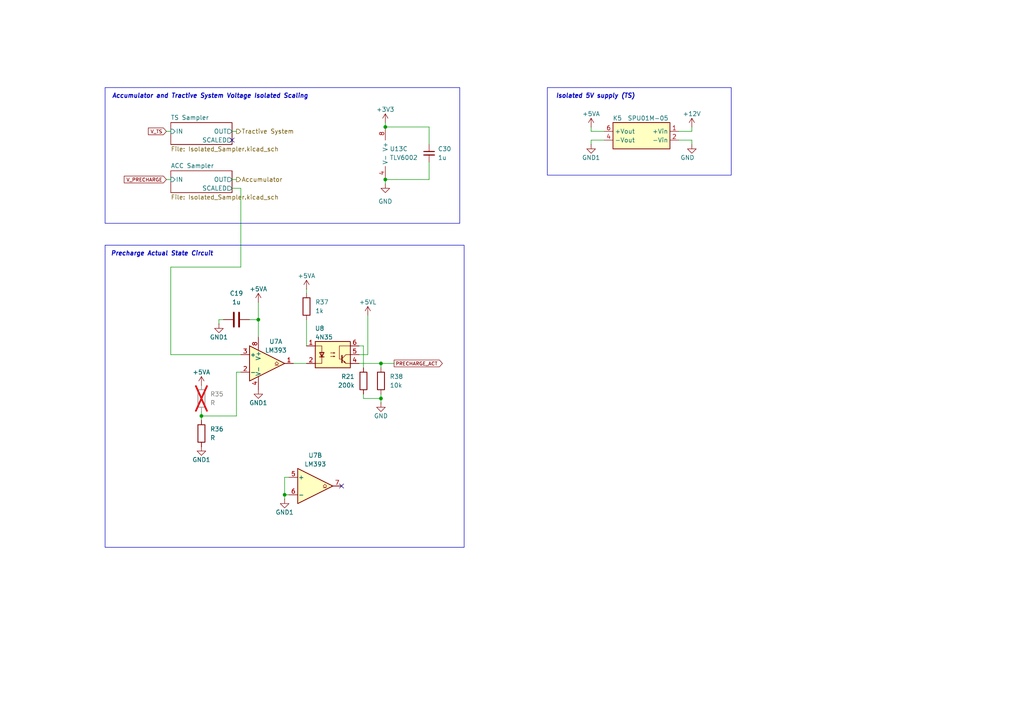
<source format=kicad_sch>
(kicad_sch (version 20250114) (generator "eeschema") (generator_version "9.0")
  (paper "A4")
  (title_block (title "Precharge") (date "2025-10-06") (rev "${REVISION}") (company "York Formula Student") (comment 1 "Designed by Josh B, Logan C, and Owen S"))
  (lib_symbols
    (symbol "Comparator:LM393" (pin_names (offset 0.127))
      (property "Reference" "U" (at 3.81 3.81 0))
      (property "Value" "LM393" (at 6.35 -3.81 0))
      (symbol "LM393_1_1"
        (polyline (pts (xy -5.08 5.08) (xy 5.08 0) (xy -5.08 -5.08) (xy -5.08 5.08)) (stroke (width 0.254)) (fill (type background)))
        (polyline (pts (xy 3.302 -0.508) (xy 2.794 -0.508) (xy 3.302 0) (xy 2.794 0.508) (xy 2.286 0) (xy 2.794 -0.508) (xy 2.286 -0.508)) (stroke (width 0.127)))
        (pin input line (at -7.62 2.54 0) (length 2.54) (name "+") (number "3"))
        (pin input line (at -7.62 -2.54 0) (length 2.54) (name "-") (number "2"))
        (pin open_collector line (at 7.62 0 180) (length 2.54) (name "~") (number "1"))
      )
      (symbol "LM393_2_1"
        (polyline (pts (xy -5.08 5.08) (xy 5.08 0) (xy -5.08 -5.08) (xy -5.08 5.08)) (stroke (width 0.254)) (fill (type background)))
        (polyline (pts (xy 3.302 -0.508) (xy 2.794 -0.508) (xy 3.302 0) (xy 2.794 0.508) (xy 2.286 0) (xy 2.794 -0.508) (xy 2.286 -0.508)) (stroke (width 0.127)))
        (pin input line (at -7.62 2.54 0) (length 2.54) (name "+") (number "5"))
        (pin input line (at -7.62 -2.54 0) (length 2.54) (name "-") (number "6"))
        (pin open_collector line (at 7.62 0 180) (length 2.54) (name "~") (number "7"))
      )
      (symbol "LM393_3_1"
        (pin power_in line (at -2.54 7.62 270) (length 3.81) (name "V+") (number "8"))
        (pin power_in line (at -2.54 -7.62 90) (length 3.81) (name "V-") (number "4"))
      )
    )
    (symbol "Device:C" (pin_numbers (hide yes)) (pin_names (offset 0.254))
      (property "Reference" "C" (at 0.635 2.54 0))
      (property "Value" "C" (at 0.635 -2.54 0))
      (symbol "C_0_1"
        (polyline (pts (xy -2.032 0.762) (xy 2.032 0.762)) (stroke (width 0.508)))
        (polyline (pts (xy -2.032 -0.762) (xy 2.032 -0.762)) (stroke (width 0.508)))
      )
      (symbol "C_1_1"
        (pin passive line (at 0 3.81 270) (length 2.794) (name "~") (number "1"))
        (pin passive line (at 0 -3.81 90) (length 2.794) (name "~") (number "2"))
      )
    )
    (symbol "Device:C_Small" (pin_numbers (hide yes)) (pin_names (offset 0.254) (hide yes))
      (property "Reference" "C" (at 0.254 1.778 0))
      (property "Value" "C_Small" (at 0.254 -2.032 0))
      (symbol "C_Small_0_1"
        (polyline (pts (xy -1.524 0.508) (xy 1.524 0.508)) (stroke (width 0.3048)))
        (polyline (pts (xy -1.524 -0.508) (xy 1.524 -0.508)) (stroke (width 0.3302)))
      )
      (symbol "C_Small_1_1"
        (pin passive line (at 0 2.54 270) (length 2.032) (name "~") (number "1"))
        (pin passive line (at 0 -2.54 90) (length 2.032) (name "~") (number "2"))
      )
    )
    (symbol "Device:R" (pin_numbers (hide yes)) (pin_names (offset 0))
      (property "Reference" "R" (at 2.032 0 90))
      (property "Value" "R" (at 0 0 90))
      (symbol "R_0_1"
        (rectangle (start -1.016 -2.54) (end 1.016 2.54) (stroke (width 0.254)))
      )
      (symbol "R_1_1"
        (pin passive line (at 0 3.81 270) (length 1.27) (name "~") (number "1"))
        (pin passive line (at 0 -3.81 90) (length 1.27) (name "~") (number "2"))
      )
    )
    (symbol "Isolator:4N35" (pin_names (offset 1.016))
      (property "Reference" "U" (at -5.08 5.08 0))
      (property "Value" "4N35" (at 0 5.08 0))
      (symbol "4N35_0_1"
        (rectangle (start -5.08 3.81) (end 5.08 -3.81) (stroke (width 0.254)) (fill (type background)))
        (polyline (pts (xy -5.08 -2.54) (xy -3.175 -2.54) (xy -3.175 2.54) (xy -5.08 2.54)))
        (polyline (pts (xy -3.81 -0.635) (xy -2.54 -0.635)) (stroke (width 0.254)))
        (polyline (pts (xy -3.175 -0.635) (xy -3.81 0.635) (xy -2.54 0.635) (xy -3.175 -0.635)) (stroke (width 0.254)))
        (polyline (pts (xy -0.635 0.508) (xy 0.635 0.508) (xy 0.254 0.381) (xy 0.254 0.635) (xy 0.635 0.508)))
        (polyline (pts (xy -0.635 -0.508) (xy 0.635 -0.508) (xy 0.254 -0.635) (xy 0.254 -0.381) (xy 0.635 -0.508)))
        (polyline (pts (xy 2.667 -0.254) (xy 2.667 -2.286)) (stroke (width 0.3556)))
        (polyline (pts (xy 2.667 -1.143) (xy 3.81 0)))
        (polyline (pts (xy 2.667 -1.397) (xy 3.81 -2.54)))
        (polyline (pts (xy 3.683 -2.413) (xy 3.429 -1.905) (xy 3.175 -2.159) (xy 3.683 -2.413)))
        (polyline (pts (xy 3.81 0) (xy 5.08 0)))
        (polyline (pts (xy 3.81 -2.54) (xy 5.08 -2.54)))
        (polyline (pts (xy 5.08 2.54) (xy 1.905 2.54) (xy 1.905 -1.27) (xy 2.54 -1.27)))
      )
      (symbol "4N35_1_1"
        (pin passive line (at -7.62 2.54 0) (length 2.54) (name "~") (number "1"))
        (pin passive line (at -7.62 -2.54 0) (length 2.54) (name "~") (number "2"))
        (pin no_connect line (at -5.08 0 0) (length 2.54) (hide yes) (name "NC") (number "3"))
        (pin passive line (at 7.62 2.54 180) (length 2.54) (name "~") (number "6"))
        (pin passive line (at 7.62 0 180) (length 2.54) (name "~") (number "5"))
        (pin passive line (at 7.62 -2.54 180) (length 2.54) (name "~") (number "4"))
      )
    )
    (symbol "LM393_1" (pin_names (offset 0.127))
      (property "Reference" "U" (at 3.81 3.81 0))
      (property "Value" "LM393" (at 6.35 -3.81 0))
      (symbol "LM393_1_1_1"
        (polyline (pts (xy -5.08 5.08) (xy 5.08 0) (xy -5.08 -5.08) (xy -5.08 5.08)) (stroke (width 0.254)) (fill (type background)))
        (polyline (pts (xy 3.302 -0.508) (xy 2.794 -0.508) (xy 3.302 0) (xy 2.794 0.508) (xy 2.286 0) (xy 2.794 -0.508) (xy 2.286 -0.508)) (stroke (width 0.127)))
        (pin input line (at -7.62 2.54 0) (length 2.54) (name "+") (number "3"))
        (pin input line (at -7.62 -2.54 0) (length 2.54) (name "-") (number "2"))
        (pin open_collector line (at 7.62 0 180) (length 2.54) (name "~") (number "1"))
      )
      (symbol "LM393_1_2_1"
        (polyline (pts (xy -5.08 5.08) (xy 5.08 0) (xy -5.08 -5.08) (xy -5.08 5.08)) (stroke (width 0.254)) (fill (type background)))
        (polyline (pts (xy 3.302 -0.508) (xy 2.794 -0.508) (xy 3.302 0) (xy 2.794 0.508) (xy 2.286 0) (xy 2.794 -0.508) (xy 2.286 -0.508)) (stroke (width 0.127)))
        (pin input line (at -7.62 2.54 0) (length 2.54) (name "+") (number "5"))
        (pin input line (at -7.62 -2.54 0) (length 2.54) (name "-") (number "6"))
        (pin open_collector line (at 7.62 0 180) (length 2.54) (name "~") (number "7"))
      )
      (symbol "LM393_1_3_1"
        (pin power_in line (at -2.54 7.62 270) (length 3.81) (name "V+") (number "8"))
        (pin power_in line (at -2.54 -7.62 90) (length 3.81) (name "V-") (number "4"))
      )
    )
    (symbol "LM393_2" (pin_names (offset 0.127))
      (property "Reference" "U" (at 3.81 3.81 0))
      (property "Value" "LM393" (at 6.35 -3.81 0))
      (symbol "LM393_2_1_1"
        (polyline (pts (xy -5.08 5.08) (xy 5.08 0) (xy -5.08 -5.08) (xy -5.08 5.08)) (stroke (width 0.254)) (fill (type background)))
        (polyline (pts (xy 3.302 -0.508) (xy 2.794 -0.508) (xy 3.302 0) (xy 2.794 0.508) (xy 2.286 0) (xy 2.794 -0.508) (xy 2.286 -0.508)) (stroke (width 0.127)))
        (pin input line (at -7.62 2.54 0) (length 2.54) (name "+") (number "3"))
        (pin input line (at -7.62 -2.54 0) (length 2.54) (name "-") (number "2"))
        (pin open_collector line (at 7.62 0 180) (length 2.54) (name "~") (number "1"))
      )
      (symbol "LM393_2_2_1"
        (polyline (pts (xy -5.08 5.08) (xy 5.08 0) (xy -5.08 -5.08) (xy -5.08 5.08)) (stroke (width 0.254)) (fill (type background)))
        (polyline (pts (xy 3.302 -0.508) (xy 2.794 -0.508) (xy 3.302 0) (xy 2.794 0.508) (xy 2.286 0) (xy 2.794 -0.508) (xy 2.286 -0.508)) (stroke (width 0.127)))
        (pin input line (at -7.62 2.54 0) (length 2.54) (name "+") (number "5"))
        (pin input line (at -7.62 -2.54 0) (length 2.54) (name "-") (number "6"))
        (pin open_collector line (at 7.62 0 180) (length 2.54) (name "~") (number "7"))
      )
      (symbol "LM393_2_3_1"
        (pin power_in line (at -2.54 7.62 270) (length 3.81) (name "V+") (number "8"))
        (pin power_in line (at -2.54 -7.62 90) (length 3.81) (name "V-") (number "4"))
      )
    )
    (symbol "power:+12V" (power) (pin_numbers (hide yes)) (pin_names (offset 0) (hide yes))
      (property "Value" "+12V" (at 0 3.556 0))
      (symbol "+12V_0_1"
        (polyline (pts (xy -0.762 1.27) (xy 0 2.54)))
        (polyline (pts (xy 0 2.54) (xy 0.762 1.27)))
        (polyline (pts (xy 0 0) (xy 0 2.54)))
      )
      (symbol "+12V_1_1"
        (pin power_in line (at 0 0 90) (length 0) (name "~") (number "1"))
      )
    )
    (symbol "power:+3V3" (power) (pin_numbers (hide yes)) (pin_names (offset 0) (hide yes))
      (property "Value" "+3V3" (at 0 3.556 0))
      (symbol "+3V3_0_1"
        (polyline (pts (xy -0.762 1.27) (xy 0 2.54)))
        (polyline (pts (xy 0 2.54) (xy 0.762 1.27)))
        (polyline (pts (xy 0 0) (xy 0 2.54)))
      )
      (symbol "+3V3_1_1"
        (pin power_in line (at 0 0 90) (length 0) (name "~") (number "1"))
      )
    )
    (symbol "power:+5VA" (power) (pin_numbers (hide yes)) (pin_names (offset 0) (hide yes))
      (property "Value" "+5VA" (at 0 3.556 0))
      (symbol "+5VA_0_1"
        (polyline (pts (xy -0.762 1.27) (xy 0 2.54)))
        (polyline (pts (xy 0 2.54) (xy 0.762 1.27)))
        (polyline (pts (xy 0 0) (xy 0 2.54)))
      )
      (symbol "+5VA_1_1"
        (pin power_in line (at 0 0 90) (length 0) (name "~") (number "1"))
      )
    )
    (symbol "power:+5VL" (power) (pin_numbers (hide yes)) (pin_names (offset 0) (hide yes))
      (property "Value" "+5VL" (at 0 3.556 0))
      (symbol "+5VL_0_1"
        (polyline (pts (xy -0.762 1.27) (xy 0 2.54)))
        (polyline (pts (xy 0 2.54) (xy 0.762 1.27)))
        (polyline (pts (xy 0 0) (xy 0 2.54)))
      )
      (symbol "+5VL_1_1"
        (pin power_in line (at 0 0 90) (length 0) (name "~") (number "1"))
      )
    )
    (symbol "power:GND" (power) (pin_numbers (hide yes)) (pin_names (offset 0) (hide yes))
      (property "Value" "GND" (at 0 -3.81 0))
      (symbol "GND_0_1"
        (polyline (pts (xy 0 0) (xy 0 -1.27) (xy 1.27 -1.27) (xy 0 -2.54) (xy -1.27 -1.27) (xy 0 -1.27)))
      )
      (symbol "GND_1_1"
        (pin power_in line (at 0 0 270) (length 0) (name "~") (number "1"))
      )
    )
    (symbol "power:GND1" (power) (pin_numbers (hide yes)) (pin_names (offset 0) (hide yes))
      (property "Value" "GND1" (at 0 -3.81 0))
      (symbol "GND1_0_1"
        (polyline (pts (xy 0 0) (xy 0 -1.27) (xy 1.27 -1.27) (xy 0 -2.54) (xy -1.27 -1.27) (xy 0 -1.27)))
      )
      (symbol "GND1_1_1"
        (pin power_in line (at 0 0 270) (length 0) (name "~") (number "1"))
      )
    )
    (symbol "yfs:SPU01M-05"
      (property "Reference" "K" (at 0.254 1.016 0))
      (property "Value" "SPU01M-05" (at 10.668 1.016 0))
      (symbol "SPU01M-05_0_0"
        (pin power_out line (at -2.54 -2.54 0) (length 2.54) (name "+Vout") (number "6"))
        (pin power_out line (at -2.54 -5.08 0) (length 2.54) (name "-Vout") (number "4"))
        (pin power_in line (at 19.05 -2.54 180) (length 2.54) (name "+Vin") (number "1"))
        (pin power_in line (at 19.05 -5.08 180) (length 2.54) (name "-Vin") (number "2"))
      )
      (symbol "SPU01M-05_1_0"
        (pin no_connect line (at 10.16 5.08 0) (length 2.54) (hide yes) (name "NC") (number "5"))
      )
      (symbol "SPU01M-05_1_1"
        (rectangle (start 0 0) (end 16.51 -7.62) (stroke (width 0.25)) (fill (type background)))
      )
    )
    (symbol "yfs:TLV6002"
      (property "Reference" "U" (at 0 5.08 0))
      (property "Value" "TLV6002" (at 0 -5.08 0))
      (symbol "TLV6002_1_1"
        (polyline (pts (xy -5.08 5.08) (xy 5.08 0) (xy -5.08 -5.08) (xy -5.08 5.08)) (stroke (width 0.254)) (fill (type background)))
        (pin input line (at -7.62 2.54 0) (length 2.54) (name "-") (number "2"))
        (pin input line (at -7.62 -2.54 0) (length 2.54) (name "+") (number "3"))
        (pin output line (at 7.62 0 180) (length 2.54) (name "~") (number "1"))
      )
      (symbol "TLV6002_2_1"
        (polyline (pts (xy -5.08 5.08) (xy 5.08 0) (xy -5.08 -5.08) (xy -5.08 5.08)) (stroke (width 0.254)) (fill (type background)))
        (pin input line (at -7.62 2.54 0) (length 2.54) (name "-") (number "6"))
        (pin input line (at -7.62 -2.54 0) (length 2.54) (name "+") (number "5"))
        (pin output line (at 7.62 0 180) (length 2.54) (name "~") (number "7"))
      )
      (symbol "TLV6002_3_1"
        (pin power_in line (at -2.54 7.62 270) (length 3.81) (name "V+") (number "8"))
        (pin power_in line (at -2.54 -7.62 90) (length 3.81) (name "V-") (number "4"))
      )
    )
  )
  (rectangle (start 158.75 25.4) (end 212.09 50.8))
  (rectangle (start 30.48 25.4) (end 133.35 64.77))
  (rectangle (start 30.48 71.12) (end 134.62 158.75))
  (text "Precharge Actual State Circuit" (at 46.99 73.66 0) (effects (font (size 1.27 1.27) (thickness 0.254) (bold yes) (italic yes))))
  (text "Isolated 5V supply (TS)" (at 172.72 27.94 0) (effects (font (size 1.27 1.27) (thickness 0.254) (bold yes) (italic yes))))
  (text "Accumulator and Tractive System Voltage Isolated Scaling" (at 60.96 27.94 0) (effects (font (size 1.27 1.27) (thickness 0.254) (bold yes) (italic yes))))
  (junction (at 110.49 115.57))
  (junction (at 82.55 143.51))
  (junction (at 111.76 36.83))
  (junction (at 58.42 120.65))
  (junction (at 110.49 105.41))
  (junction (at 111.76 52.07))
  (junction (at 74.93 92.71))
  (no_connect (at 99.06 140.97))
  (no_connect (at 67.31 40.64))
  (wire (pts (xy 69.85 102.87) (xy 49.53 102.87)))
  (wire (pts (xy 200.66 40.64) (xy 200.66 41.91)))
  (wire (pts (xy 63.5 93.98) (xy 63.5 92.71)))
  (wire (pts (xy 72.39 92.71) (xy 74.93 92.71)))
  (wire (pts (xy 82.55 143.51) (xy 82.55 138.43)))
  (wire (pts (xy 106.68 102.87) (xy 104.14 102.87)))
  (wire (pts (xy 110.49 115.57) (xy 110.49 114.3)))
  (wire (pts (xy 58.42 119.38) (xy 58.42 120.65)))
  (wire (pts (xy 82.55 144.78) (xy 82.55 143.51)))
  (wire (pts (xy 63.5 92.71) (xy 64.77 92.71)))
  (wire (pts (xy 85.09 105.41) (xy 88.9 105.41)))
  (wire (pts (xy 74.93 92.71) (xy 74.93 97.79)))
  (wire (pts (xy 111.76 35.56) (xy 111.76 36.83)))
  (wire (pts (xy 171.45 40.64) (xy 175.26 40.64)))
  (wire (pts (xy 110.49 105.41) (xy 114.3 105.41)))
  (wire (pts (xy 171.45 41.91) (xy 171.45 40.64)))
  (wire (pts (xy 58.42 120.65) (xy 68.58 120.65)))
  (wire (pts (xy 69.85 54.61) (xy 69.85 77.47)))
  (wire (pts (xy 74.93 87.63) (xy 74.93 92.71)))
  (wire (pts (xy 110.49 116.84) (xy 110.49 115.57)))
  (wire (pts (xy 68.58 120.65) (xy 68.58 107.95)))
  (wire (pts (xy 124.46 46.99) (xy 124.46 52.07)))
  (wire (pts (xy 105.41 106.68) (xy 105.41 100.33)))
  (wire (pts (xy 110.49 105.41) (xy 110.49 106.68)))
  (wire (pts (xy 49.53 77.47) (xy 49.53 102.87)))
  (wire (pts (xy 124.46 52.07) (xy 111.76 52.07)))
  (wire (pts (xy 88.9 85.09) (xy 88.9 83.82)))
  (wire (pts (xy 196.85 38.1) (xy 200.66 38.1)))
  (wire (pts (xy 171.45 38.1) (xy 175.26 38.1)))
  (wire (pts (xy 58.42 120.65) (xy 58.42 121.92)))
  (wire (pts (xy 196.85 40.64) (xy 200.66 40.64)))
  (wire (pts (xy 106.68 91.44) (xy 106.68 102.87)))
  (wire (pts (xy 48.26 38.1) (xy 49.53 38.1)))
  (wire (pts (xy 105.41 115.57) (xy 110.49 115.57)))
  (wire (pts (xy 124.46 36.83) (xy 111.76 36.83)))
  (wire (pts (xy 124.46 41.91) (xy 124.46 36.83)))
  (wire (pts (xy 69.85 77.47) (xy 49.53 77.47)))
  (wire (pts (xy 67.31 52.07) (xy 68.58 52.07)))
  (wire (pts (xy 111.76 52.07) (xy 111.76 53.34)))
  (wire (pts (xy 82.55 138.43) (xy 83.82 138.43)))
  (wire (pts (xy 105.41 100.33) (xy 104.14 100.33)))
  (wire (pts (xy 68.58 107.95) (xy 69.85 107.95)))
  (wire (pts (xy 200.66 38.1) (xy 200.66 36.83)))
  (wire (pts (xy 48.26 52.07) (xy 49.53 52.07)))
  (wire (pts (xy 105.41 114.3) (xy 105.41 115.57)))
  (wire (pts (xy 104.14 105.41) (xy 110.49 105.41)))
  (wire (pts (xy 82.55 143.51) (xy 83.82 143.51)))
  (wire (pts (xy 67.31 38.1) (xy 68.58 38.1)))
  (wire (pts (xy 67.31 54.61) (xy 69.85 54.61)))
  (wire (pts (xy 88.9 92.71) (xy 88.9 100.33)))
  (wire (pts (xy 171.45 36.83) (xy 171.45 38.1)))
  (global_label "V_PRECHARGE" (shape input) (at 48.26 52.07 180) (effects (font (size 1 1))) (property "Intersheetrefs" "${INTERSHEET_REFS}" (effects (hide yes))))
  (global_label "PRECHARGE_ACT" (shape output) (at 114.3 105.41 0) (effects (font (size 1 1))) (property "Intersheetrefs" "${INTERSHEET_REFS}" (effects (hide yes))))
  (global_label "V_TS" (shape input) (at 48.26 38.1 180) (effects (font (size 1 1))) (property "Intersheetrefs" "${INTERSHEET_REFS}" (effects (hide yes))))
  (hierarchical_label "Tractive System" (shape output) (at 68.58 38.1 0))
  (hierarchical_label "Accumulator" (shape output) (at 68.58 52.07 0))
  (symbol (lib_id "power:+5VA") (at 171.45 36.83 0) (unit 1)
    (property "Reference" "#PWR083" (effects (hide yes)))
    (property "Value" "+5VA" (at 171.45 33.02 0))
    (property "Description" "Power symbol creates a global label with name \"+5VA\"" (effects (hide yes)))
  )
  (symbol (lib_id "power:GND1") (at 171.45 41.91 0) (unit 1)
    (property "Reference" "#PWR084" (effects (hide yes)))
    (property "Value" "GND1" (at 171.45 45.72 0))
    (property "Description" "Power symbol creates a global label with name \"GND1\" , ground" (effects (hide yes)))
  )
  (symbol (lib_id "power:GND") (at 111.76 53.34 0) (unit 1)
    (property "Reference" "#PWR092" (effects (hide yes)))
    (property "Value" "GND" (at 111.76 58.42 0))
    (property "Description" "Power symbol creates a global label with name \"GND\" , ground" (effects (hide yes)))
  )
  (symbol (lib_id "yfs:SPU01M-05") (at 177.8 35.56 0) (unit 1)
    (property "Reference" "K5" (at 179.07 34.29 0))
    (property "Value" "SPU01M-05" (at 187.96 34.29 0))
    (property "Footprint" "yfs:DPU01M05" (effects (hide yes)))
    (property "Datasheet" "https://mm.digikey.com/Volume0/opasdata/d220001/medias/docus/2187/SPU01%2CDUP01_Series_Ds.pdf" (effects (hide yes)))
  )
  (symbol (lib_id "power:GND1") (at 58.42 129.54 0) (unit 1)
    (property "Reference" "#PWR064" (effects (hide yes)))
    (property "Value" "GND1" (at 58.42 133.35 0))
    (property "Description" "Power symbol creates a global label with name \"GND1\" , ground" (effects (hide yes)))
  )
  (symbol (lib_name "LM393_2") (lib_id "Comparator:LM393") (at 77.47 105.41 0) (unit 1)
    (property "Reference" "U7" (at 80.01 99.06 0))
    (property "Value" "LM393" (at 80.01 101.6 0))
    (property "Footprint" "Package_SO:SOIC-8_3.9x4.9mm_P1.27mm" (effects (hide yes)))
    (property "Datasheet" "http://www.ti.com/lit/ds/symlink/lm393.pdf" (effects (hide yes)))
    (property "Description" "Low-Power, Low-Offset Voltage, Dual Comparators, DIP-8/SOIC-8/TO-99-8" (effects (hide yes)))
  )
  (symbol (lib_name "LM393_1") (lib_id "Comparator:LM393") (at 91.44 140.97 0) (unit 2)
    (property "Reference" "U7" (at 91.44 132.08 0))
    (property "Value" "LM393" (at 91.44 134.62 0))
    (property "Footprint" "Package_SO:SOIC-8_3.9x4.9mm_P1.27mm" (effects (hide yes)))
    (property "Datasheet" "http://www.ti.com/lit/ds/symlink/lm393.pdf" (effects (hide yes)))
    (property "Description" "Low-Power, Low-Offset Voltage, Dual Comparators, DIP-8/SOIC-8/TO-99-8" (effects (hide yes)))
  )
  (symbol (lib_id "power:GND") (at 110.49 116.84 0) (unit 1)
    (property "Reference" "#PWR082" (effects (hide yes)))
    (property "Value" "GND" (at 110.49 120.65 0))
    (property "Description" "Power symbol creates a global label with name \"GND\" , ground" (effects (hide yes)))
  )
  (symbol (lib_id "power:+5VA") (at 74.93 87.63 0) (unit 1)
    (property "Reference" "#PWR070" (effects (hide yes)))
    (property "Value" "+5VA" (at 74.93 83.82 0))
    (property "Description" "Power symbol creates a global label with name \"+5VA\"" (effects (hide yes)))
  )
  (symbol (lib_id "Device:R") (at 105.41 110.49 0) (mirror y) (unit 1)
    (property "Reference" "R21" (at 102.87 109.22 0) (effects (justify left)))
    (property "Value" "200k" (at 102.87 111.76 0) (effects (justify left)))
    (property "Footprint" "Resistor_SMD:R_0603_1608Metric" (effects (hide yes)))
  )
  (symbol (lib_id "power:+5VL") (at 106.68 91.44 0) (unit 1)
    (property "Reference" "#PWR081" (effects (hide yes)))
    (property "Value" "+5VL" (at 106.68 87.63 0))
    (property "Description" "Power symbol creates a global label with name \"+5VL\"" (effects (hide yes)))
  )
  (symbol (lib_id "power:+5VA") (at 58.42 111.76 0) (unit 1)
    (property "Reference" "#PWR063" (effects (hide yes)))
    (property "Value" "+5VA" (at 58.42 107.95 0))
    (property "Description" "Power symbol creates a global label with name \"+5VA\"" (effects (hide yes)))
  )
  (symbol (lib_id "power:+12V") (at 200.66 36.83 0) (unit 1)
    (property "Reference" "#PWR085" (effects (hide yes)))
    (property "Value" "+12V" (at 200.66 33.02 0))
    (property "Description" "Power symbol creates a global label with name \"+12V\"" (effects (hide yes)))
  )
  (symbol (lib_id "Device:C") (at 68.58 92.71 90) (unit 1)
    (property "Reference" "C19" (at 68.58 85.09 90))
    (property "Value" "1u" (at 68.58 87.63 90))
    (property "Footprint" "Capacitor_SMD:C_0603_1608Metric" (effects (hide yes)))
  )
  (symbol (lib_id "power:GND1") (at 63.5 93.98 0) (unit 1)
    (property "Reference" "#PWR069" (effects (hide yes)))
    (property "Value" "GND1" (at 63.5 97.79 0))
    (property "Description" "Power symbol creates a global label with name \"GND1\" , ground" (effects (hide yes)))
  )
  (symbol (lib_id "power:GND1") (at 82.55 144.78 0) (unit 1)
    (property "Reference" "#PWR094" (effects (hide yes)))
    (property "Value" "GND1" (at 82.55 148.59 0))
    (property "Description" "Power symbol creates a global label with name \"GND1\" , ground" (effects (hide yes)))
  )
  (symbol (lib_id "Device:R") (at 58.42 125.73 0) (unit 1)
    (property "Reference" "R36" (at 60.96 124.46 0) (effects (justify left)))
    (property "Value" "R" (at 60.96 127 0) (effects (justify left)))
    (property "Footprint" "Resistor_SMD:R_0603_1608Metric" (effects (hide yes)))
  )
  (symbol (lib_id "power:+5VA") (at 88.9 83.82 0) (unit 1)
    (property "Reference" "#PWR072" (effects (hide yes)))
    (property "Value" "+5VA" (at 88.9 80.01 0))
    (property "Description" "Power symbol creates a global label with name \"+5VA\"" (effects (hide yes)))
  )
  (symbol (lib_id "Comparator:LM393") (at 77.47 105.41 0) (unit 3)
    (property "Reference" "U7" (effects (hide yes)))
    (property "Value" "LM393" (effects (hide yes)))
    (property "Footprint" "Package_SO:SOIC-8_3.9x4.9mm_P1.27mm" (effects (hide yes)))
    (property "Datasheet" "http://www.ti.com/lit/ds/symlink/lm393.pdf" (effects (hide yes)))
  )
  (symbol (lib_id "power:GND1") (at 74.93 113.03 0) (unit 1)
    (property "Reference" "#PWR071" (effects (hide yes)))
    (property "Value" "GND1" (at 74.93 116.84 0))
    (property "Description" "Power symbol creates a global label with name \"GND1\" , ground" (effects (hide yes)))
  )
  (symbol (lib_id "yfs:TLV6002") (at 114.3 44.45 0) (unit 3)
    (property "Reference" "U13" (at 113.03 43.1799 0) (effects (justify left)))
    (property "Value" "TLV6002" (at 113.03 45.7199 0) (effects (justify left)))
    (property "Footprint" "Package_SO:SOIC-8_3.9x4.9mm_P1.27mm" (effects (hide yes)))
    (property "Description" "Dual operational amplifier" (effects (hide yes)))
    (property "Sim.Library" "${KICAD7_SYMBOL_DIR}/Simulation_SPICE.sp" (effects (hide yes)))
    (property "Sim.Name" "kicad_builtin_opamp_dual" (effects (hide yes)))
    (property "Sim.Device" "SUBCKT" (effects (hide yes)))
    (property "Sim.Pins" "1=out1 2=in1- 3=in1+ 4=vee 5=in2+ 6=in2- 7=out2 8=vcc" (effects (hide yes)))
  )
  (symbol (lib_id "power:GND") (at 200.66 41.91 0) (unit 1)
    (property "Reference" "#PWR086" (effects (hide yes)))
    (property "Value" "GND" (at 199.39 45.72 0))
    (property "Description" "Power symbol creates a global label with name \"GND\" , ground" (effects (hide yes)))
  )
  (symbol (lib_id "Device:R") (at 110.49 110.49 0) (unit 1)
    (property "Reference" "R38" (at 113.03 109.22 0) (effects (justify left)))
    (property "Value" "10k" (at 113.03 111.76 0) (effects (justify left)))
    (property "Footprint" "Resistor_SMD:R_0603_1608Metric" (effects (hide yes)))
  )
  (symbol (lib_id "Device:C_Small") (at 124.46 44.45 0) (unit 1)
    (property "Reference" "C30" (at 127 43.1862 0) (effects (justify left)))
    (property "Value" "1u" (at 127 45.7262 0) (effects (justify left)))
    (property "Footprint" "Capacitor_SMD:C_0603_1608Metric" (effects (hide yes)))
    (property "Description" "Unpolarized capacitor, small symbol" (effects (hide yes)))
    (property "Dist #" "C5199872" (effects (hide yes)))
    (property "Mfr" "Samsung" (effects (hide yes)))
    (property "Mfr #" "CL10B105KB8NQNC" (effects (hide yes)))
    (property "Dist" "LCSC" (effects (hide yes)))
  )
  (symbol (lib_id "power:+3V3") (at 111.76 35.56 0) (unit 1)
    (property "Reference" "#PWR091" (effects (hide yes)))
    (property "Value" "+3V3" (at 111.76 31.75 0))
    (property "Description" "Power symbol creates a global label with name \"+3V3\"" (effects (hide yes)))
  )
  (symbol (lib_id "Isolator:4N35") (at 96.52 102.87 0) (unit 1)
    (property "Reference" "U8" (at 92.71 95.25 0))
    (property "Value" "4N35" (at 93.98 97.79 0))
    (property "Footprint" "Package_DIP:DIP-6_W7.62mm" (effects (hide yes)))
    (property "Datasheet" "https://www.vishay.com/docs/81181/4n35.pdf" (effects (hide yes)))
    (property "Description" "Optocoupler, Phototransistor Output, with Base Connection, Vce 70V, CTR 100%, Viso 5000V, DIP6" (effects (hide yes)))
  )
  (symbol (lib_id "Device:R") (at 58.42 115.57 0) (unit 1) (dnp yes)
    (property "Reference" "R35" (at 60.96 114.3 0) (effects (justify left)))
    (property "Value" "R" (at 60.96 116.84 0) (effects (justify left)))
    (property "Footprint" "Resistor_SMD:R_0603_1608Metric" (effects (hide yes)))
  )
  (symbol (lib_id "Device:R") (at 88.9 88.9 0) (mirror x) (unit 1)
    (property "Reference" "R37" (at 91.44 87.63 0) (effects (justify left)))
    (property "Value" "1k" (at 91.44 90.17 0) (effects (justify left)))
    (property "Footprint" "Resistor_SMD:R_0603_1608Metric" (effects (hide yes)))
  )
  (sheet (at 49.53 49.53) (size 17.78 6.35) (stroke (width 0.1524))
    (property "Sheetname" "ACC Sampler" (at 49.53 48.8184 0) (effects (justify left bottom)))
    (property "Sheetfile" "Isolated_Sampler.kicad_sch" (at 49.53 56.4646 0) (effects (justify left top)))
    (pin "IN" input (at 49.53 52.07 180))
    (pin "OUT" output (at 67.31 52.07 0))
    (pin "SCALED" output (at 67.31 54.61 0))
  )
  (sheet (at 49.53 35.56) (size 17.78 6.35) (stroke (width 0.1524))
    (property "Sheetname" "TS Sampler" (at 49.53 34.8484 0) (effects (justify left bottom)))
    (property "Sheetfile" "Isolated_Sampler.kicad_sch" (at 49.53 42.4946 0) (effects (justify left top)))
    (pin "IN" input (at 49.53 38.1 180))
    (pin "OUT" output (at 67.31 38.1 0))
    (pin "SCALED" output (at 67.31 40.64 0))
  )
)
</source>
